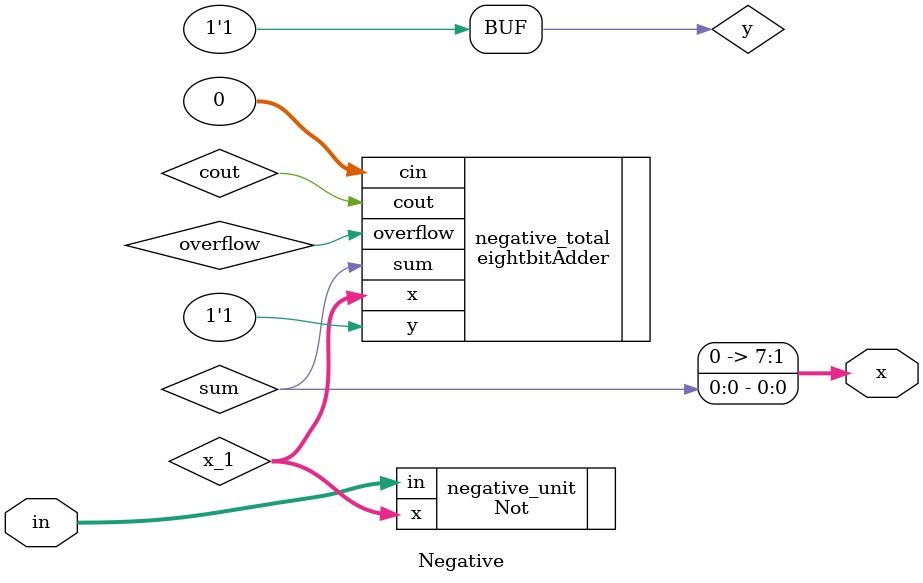
<source format=v>
`timescale 1ns / 1ps
module Negative(in, x);
	input wire [7:0] in;
	wire [7:0] x_1;
	output wire [7:0] x;
	
	assign y = 8'b00000001;
	wire cout, overflow, sum;
	Not negative_unit (.in(in), .x(x_1));
	eightbitAdder negative_total(.x(x_1), .y(y), .cin(0), .overflow(overflow), .cout(cout), .sum(sum));
	assign x = sum;

endmodule

</source>
